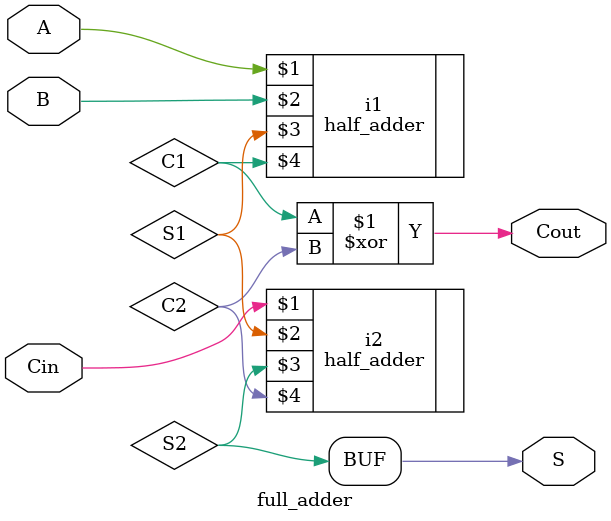
<source format=v>
`include "half_adder.v"

module full_adder(A,B,Cin,S,Cout);
   input A,B,Cin;
   output S,Cout;
   wire   S1,C1;
   wire   S2,C2;
   
   half_adder i1(A,B,S1,C1);
   half_adder i2(Cin,S1,S2,C2);

   assign S=S2;
   assign Cout=C1^C2;
endmodule // full_adder

   

</source>
